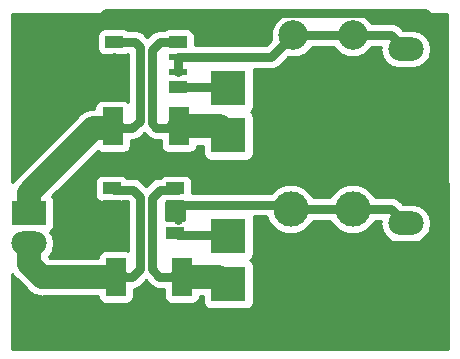
<source format=gbr>
G04 #@! TF.GenerationSoftware,KiCad,Pcbnew,5.0.2-bee76a0~70~ubuntu18.04.1*
G04 #@! TF.CreationDate,2019-11-28T17:43:41+01:00*
G04 #@! TF.ProjectId,current_sense,63757272-656e-4745-9f73-656e73652e6b,rev?*
G04 #@! TF.SameCoordinates,Original*
G04 #@! TF.FileFunction,Copper,L1,Top*
G04 #@! TF.FilePolarity,Positive*
%FSLAX46Y46*%
G04 Gerber Fmt 4.6, Leading zero omitted, Abs format (unit mm)*
G04 Created by KiCad (PCBNEW 5.0.2-bee76a0~70~ubuntu18.04.1) date Thu 28 Nov 2019 05:43:41 PM CET*
%MOMM*%
%LPD*%
G01*
G04 APERTURE LIST*
G04 #@! TA.AperFunction,SMDPad,CuDef*
%ADD10R,1.800000X3.200000*%
G04 #@! TD*
G04 #@! TA.AperFunction,SMDPad,CuDef*
%ADD11R,1.550000X1.000000*%
G04 #@! TD*
G04 #@! TA.AperFunction,SMDPad,CuDef*
%ADD12R,1.550000X0.600000*%
G04 #@! TD*
G04 #@! TA.AperFunction,ComponentPad*
%ADD13C,3.000000*%
G04 #@! TD*
G04 #@! TA.AperFunction,ComponentPad*
%ADD14C,2.500000*%
G04 #@! TD*
G04 #@! TA.AperFunction,ComponentPad*
%ADD15R,3.000000X3.000000*%
G04 #@! TD*
G04 #@! TA.AperFunction,ComponentPad*
%ADD16R,3.000000X2.000000*%
G04 #@! TD*
G04 #@! TA.AperFunction,ComponentPad*
%ADD17O,3.000000X2.000000*%
G04 #@! TD*
G04 #@! TA.AperFunction,ComponentPad*
%ADD18C,2.200000*%
G04 #@! TD*
G04 #@! TA.AperFunction,Conductor*
%ADD19C,0.750000*%
G04 #@! TD*
G04 #@! TA.AperFunction,Conductor*
%ADD20C,2.000000*%
G04 #@! TD*
G04 #@! TA.AperFunction,Conductor*
%ADD21C,0.254000*%
G04 #@! TD*
G04 APERTURE END LIST*
D10*
G04 #@! TO.P,R1,2*
G04 #@! TO.N,PHASE1_IN*
X9200000Y-10250000D03*
G04 #@! TO.P,R1,1*
G04 #@! TO.N,PHASE1_OUT*
X14800000Y-10250000D03*
G04 #@! TD*
G04 #@! TO.P,R3,1*
G04 #@! TO.N,PHASE0_OUT*
X15050000Y-23000000D03*
G04 #@! TO.P,R3,2*
G04 #@! TO.N,PHASE0_IN*
X9450000Y-23000000D03*
G04 #@! TD*
D11*
G04 #@! TO.P,U1,8*
G04 #@! TO.N,PHASE1_OUT*
X14700000Y-3095000D03*
D12*
G04 #@! TO.P,U1,7*
G04 #@! TO.N,+3V3*
X14700000Y-4365000D03*
G04 #@! TO.P,U1,6*
X14700000Y-5635000D03*
D11*
G04 #@! TO.P,U1,5*
G04 #@! TO.N,CURRENT_1*
X14700000Y-6905000D03*
D12*
G04 #@! TO.P,U1,4*
G04 #@! TO.N,GND*
X9300000Y-6905000D03*
G04 #@! TO.P,U1,3*
X9300000Y-5635000D03*
G04 #@! TO.P,U1,2*
X9300000Y-4365000D03*
D11*
G04 #@! TO.P,U1,1*
G04 #@! TO.N,PHASE1_IN*
X9300000Y-3095000D03*
G04 #@! TD*
G04 #@! TO.P,U3,1*
G04 #@! TO.N,PHASE0_IN*
X9100000Y-15495000D03*
D12*
G04 #@! TO.P,U3,2*
G04 #@! TO.N,GND*
X9100000Y-16765000D03*
G04 #@! TO.P,U3,3*
X9100000Y-18035000D03*
G04 #@! TO.P,U3,4*
X9100000Y-19305000D03*
D11*
G04 #@! TO.P,U3,5*
G04 #@! TO.N,CURRENT_0*
X14500000Y-19305000D03*
D12*
G04 #@! TO.P,U3,6*
G04 #@! TO.N,+3V3*
X14500000Y-18035000D03*
G04 #@! TO.P,U3,7*
X14500000Y-16765000D03*
D11*
G04 #@! TO.P,U3,8*
G04 #@! TO.N,PHASE0_OUT*
X14500000Y-15495000D03*
G04 #@! TD*
D13*
G04 #@! TO.P,C1,1*
G04 #@! TO.N,GND*
X29500000Y-7500000D03*
D14*
G04 #@! TO.P,C1,2*
G04 #@! TO.N,+3V3*
X29500000Y-2500000D03*
G04 #@! TD*
D13*
G04 #@! TO.P,C3,1*
G04 #@! TO.N,GND*
X29500000Y-22250000D03*
G04 #@! TO.P,C3,2*
G04 #@! TO.N,+3V3*
X29500000Y-17250000D03*
G04 #@! TD*
D14*
G04 #@! TO.P,C4,2*
G04 #@! TO.N,+3V3*
X24500000Y-2500000D03*
D13*
G04 #@! TO.P,C4,1*
G04 #@! TO.N,GND*
X24500000Y-7500000D03*
G04 #@! TD*
G04 #@! TO.P,C6,2*
G04 #@! TO.N,+3V3*
X24250000Y-17250000D03*
G04 #@! TO.P,C6,1*
G04 #@! TO.N,GND*
X24250000Y-22250000D03*
G04 #@! TD*
D15*
G04 #@! TO.P,J2,1*
G04 #@! TO.N,CURRENT_2*
X19000000Y-7000000D03*
G04 #@! TD*
G04 #@! TO.P,J3,1*
G04 #@! TO.N,CURRENT_1*
X19000000Y-19500000D03*
G04 #@! TD*
D16*
G04 #@! TO.P,J5,1*
G04 #@! TO.N,GND*
X34000000Y-6250000D03*
D17*
G04 #@! TO.P,J5,2*
G04 #@! TO.N,+3V3*
X34000000Y-3710000D03*
G04 #@! TD*
G04 #@! TO.P,J7,2*
G04 #@! TO.N,+3V3*
X34000000Y-18460000D03*
D16*
G04 #@! TO.P,J7,1*
G04 #@! TO.N,GND*
X34000000Y-21000000D03*
G04 #@! TD*
D18*
G04 #@! TO.P,H1,1*
G04 #@! TO.N,GND*
X3000000Y-3000000D03*
G04 #@! TD*
G04 #@! TO.P,H2,1*
G04 #@! TO.N,GND*
X35500000Y-10750000D03*
G04 #@! TD*
G04 #@! TO.P,H3,1*
G04 #@! TO.N,GND*
X2750000Y-27000000D03*
G04 #@! TD*
G04 #@! TO.P,H4,1*
G04 #@! TO.N,GND*
X35400000Y-25600000D03*
G04 #@! TD*
D17*
G04 #@! TO.P,J1,2*
G04 #@! TO.N,PHASE0_IN*
X2100000Y-20140000D03*
D16*
G04 #@! TO.P,J1,1*
G04 #@! TO.N,PHASE1_IN*
X2100000Y-17600000D03*
G04 #@! TD*
D15*
G04 #@! TO.P,J6,1*
G04 #@! TO.N,PHASE1_OUT*
X19000000Y-11000000D03*
G04 #@! TD*
G04 #@! TO.P,J4,1*
G04 #@! TO.N,PHASE0_OUT*
X19000000Y-23600000D03*
G04 #@! TD*
D19*
G04 #@! TO.N,GND*
X24500000Y-7500000D02*
X29500000Y-7500000D01*
X24250000Y-22250000D02*
X29500000Y-22250000D01*
X32750000Y-22250000D02*
X34000000Y-21000000D01*
X29500000Y-22250000D02*
X32750000Y-22250000D01*
X32750000Y-7500000D02*
X34000000Y-6250000D01*
X29500000Y-7500000D02*
X32750000Y-7500000D01*
X9300000Y-19405000D02*
X9300000Y-16865000D01*
X9300000Y-4365000D02*
X9300000Y-6905000D01*
X7000000Y-3810000D02*
X8825000Y-5635000D01*
X7000000Y-2250000D02*
X7000000Y-3810000D01*
X8599990Y-650010D02*
X7000000Y-2250000D01*
X8825000Y-5635000D02*
X9300000Y-5635000D01*
X35650010Y-650010D02*
X8599990Y-650010D01*
X34000000Y-6250000D02*
X35600000Y-6250000D01*
X35600000Y-6250000D02*
X37000000Y-4850000D01*
X37000000Y-4850000D02*
X37000000Y-1750000D01*
X36000000Y-1000000D02*
X35650010Y-650010D01*
X37000000Y-1750000D02*
X36250000Y-1000000D01*
X36250000Y-1000000D02*
X36000000Y-1000000D01*
X36250000Y-21000000D02*
X36800000Y-20450000D01*
X36800000Y-16000000D02*
X34200000Y-13400000D01*
X36800000Y-20450000D02*
X36800000Y-16000000D01*
X34000000Y-21000000D02*
X36250000Y-21000000D01*
X7035000Y-18035000D02*
X9100000Y-18035000D01*
X24500000Y-13300000D02*
X24400000Y-13400000D01*
X24500000Y-7500000D02*
X24500000Y-13300000D01*
X34200000Y-13400000D02*
X24400000Y-13400000D01*
X6100000Y-17100000D02*
X6100000Y-15300000D01*
X6100000Y-17100000D02*
X7035000Y-18035000D01*
X8000000Y-13400000D02*
X8500000Y-13400000D01*
X6100000Y-15300000D02*
X8000000Y-13400000D01*
X24400000Y-13400000D02*
X8500000Y-13400000D01*
G04 #@! TO.N,+3V3*
X14700000Y-5635000D02*
X14700000Y-4365000D01*
X22635000Y-4365000D02*
X24500000Y-2500000D01*
X14700000Y-4365000D02*
X22635000Y-4365000D01*
X24500000Y-2500000D02*
X29500000Y-2500000D01*
X14700000Y-18135000D02*
X14700000Y-16865000D01*
X14700000Y-16865000D02*
X24865000Y-16865000D01*
X24250000Y-17250000D02*
X29500000Y-17250000D01*
X32790000Y-17250000D02*
X34000000Y-18460000D01*
X29500000Y-17250000D02*
X32790000Y-17250000D01*
X32790000Y-2500000D02*
X34000000Y-3710000D01*
X29500000Y-2500000D02*
X32790000Y-2500000D01*
G04 #@! TO.N,PHASE1_IN*
X10850000Y-10400000D02*
X11500000Y-9750000D01*
X9200000Y-10400000D02*
X10850000Y-10400000D01*
X11500000Y-9750000D02*
X11500000Y-3500000D01*
X11095000Y-3095000D02*
X9300000Y-3095000D01*
X11500000Y-3500000D02*
X11095000Y-3095000D01*
D20*
X2100000Y-16000000D02*
X2100000Y-17600000D01*
D19*
X2100000Y-15850000D02*
X2100000Y-16000000D01*
D20*
X7550000Y-10400000D02*
X2100000Y-15850000D01*
X9200000Y-10400000D02*
X7550000Y-10400000D01*
D19*
G04 #@! TO.N,PHASE0_IN*
X11500000Y-22350000D02*
X10850000Y-23000000D01*
X11500000Y-16190000D02*
X11500000Y-22350000D01*
X10905000Y-15595000D02*
X11500000Y-16190000D01*
X10850000Y-23000000D02*
X9200000Y-23000000D01*
X9300000Y-15595000D02*
X10905000Y-15595000D01*
G04 #@! TO.N,CURRENT_1*
X18655000Y-19405000D02*
X18750000Y-19500000D01*
X14700000Y-19405000D02*
X18655000Y-19405000D01*
G04 #@! TO.N,CURRENT_2*
X18905000Y-6905000D02*
X19000000Y-7000000D01*
X14700000Y-6905000D02*
X18905000Y-6905000D01*
D20*
G04 #@! TO.N,PHASE0_IN*
X2100000Y-21890000D02*
X2100000Y-20140000D01*
X3210000Y-23000000D02*
X2100000Y-21890000D01*
X9450000Y-23000000D02*
X3210000Y-23000000D01*
D19*
G04 #@! TO.N,PHASE0_OUT*
X13150000Y-23000000D02*
X14800000Y-23000000D01*
X12500000Y-22350000D02*
X13150000Y-23000000D01*
X13175000Y-15595000D02*
X12500000Y-16270000D01*
X12500000Y-16270000D02*
X12500000Y-22350000D01*
X14700000Y-15595000D02*
X13175000Y-15595000D01*
G04 #@! TO.N,PHASE1_OUT*
X13175000Y-3095000D02*
X12500000Y-3770000D01*
X14700000Y-3095000D02*
X13175000Y-3095000D01*
X12500000Y-3770000D02*
X12500000Y-10000000D01*
X12900000Y-10400000D02*
X14800000Y-10400000D01*
X12500000Y-10000000D02*
X12900000Y-10400000D01*
X18250000Y-10250000D02*
X19000000Y-11000000D01*
D20*
X14800000Y-10250000D02*
X18250000Y-10250000D01*
D19*
G04 #@! TO.N,PHASE0_OUT*
X18200000Y-23000000D02*
X18800000Y-23600000D01*
D20*
X15050000Y-23000000D02*
X18200000Y-23000000D01*
G04 #@! TD*
D21*
G04 #@! TO.N,GND*
G36*
X8067191Y-4052809D02*
X8277235Y-4193157D01*
X8525000Y-4242440D01*
X10073000Y-4242440D01*
X10073000Y-7273000D01*
X7127000Y-7273000D01*
X7127000Y-3927000D01*
X7983127Y-3927000D01*
X8067191Y-4052809D01*
X8067191Y-4052809D01*
G37*
X8067191Y-4052809D02*
X8277235Y-4193157D01*
X8525000Y-4242440D01*
X10073000Y-4242440D01*
X10073000Y-7273000D01*
X7127000Y-7273000D01*
X7127000Y-3927000D01*
X7983127Y-3927000D01*
X8067191Y-4052809D01*
G36*
X7867191Y-16452809D02*
X8077235Y-16593157D01*
X8325000Y-16642440D01*
X9873000Y-16642440D01*
X9873000Y-19673000D01*
X6927000Y-19673000D01*
X6927000Y-16327000D01*
X7783127Y-16327000D01*
X7867191Y-16452809D01*
X7867191Y-16452809D01*
G37*
X7867191Y-16452809D02*
X8077235Y-16593157D01*
X8325000Y-16642440D01*
X9873000Y-16642440D01*
X9873000Y-19673000D01*
X6927000Y-19673000D01*
X6927000Y-16327000D01*
X7783127Y-16327000D01*
X7867191Y-16452809D01*
G04 #@! TO.N,+3V3*
G36*
X15273000Y-18157560D02*
X13727000Y-18157560D01*
X13727000Y-16642440D01*
X15273000Y-16642440D01*
X15273000Y-18157560D01*
X15273000Y-18157560D01*
G37*
X15273000Y-18157560D02*
X13727000Y-18157560D01*
X13727000Y-16642440D01*
X15273000Y-16642440D01*
X15273000Y-18157560D01*
G04 #@! TO.N,GND*
G36*
X37588808Y-29090000D02*
X710000Y-29090000D01*
X710000Y-22752639D01*
X921231Y-23068769D01*
X1057750Y-23159988D01*
X1940013Y-24042252D01*
X2031231Y-24178769D01*
X2572055Y-24540136D01*
X3048969Y-24635000D01*
X3209999Y-24667031D01*
X3371029Y-24635000D01*
X7909522Y-24635000D01*
X7951843Y-24847765D01*
X8092191Y-25057809D01*
X8302235Y-25198157D01*
X8550000Y-25247440D01*
X10350000Y-25247440D01*
X10597765Y-25198157D01*
X10807809Y-25057809D01*
X10948157Y-24847765D01*
X10997440Y-24600000D01*
X10997440Y-24000459D01*
X11244082Y-23951399D01*
X11578169Y-23728169D01*
X11634518Y-23643837D01*
X12000000Y-23278356D01*
X12365484Y-23643840D01*
X12421831Y-23728169D01*
X12506160Y-23784516D01*
X12506162Y-23784518D01*
X12681105Y-23901411D01*
X12755918Y-23951399D01*
X13050524Y-24010000D01*
X13050529Y-24010000D01*
X13150000Y-24029786D01*
X13249471Y-24010000D01*
X13502560Y-24010000D01*
X13502560Y-24600000D01*
X13551843Y-24847765D01*
X13692191Y-25057809D01*
X13902235Y-25198157D01*
X14150000Y-25247440D01*
X15950000Y-25247440D01*
X16197765Y-25198157D01*
X16407809Y-25057809D01*
X16548157Y-24847765D01*
X16590478Y-24635000D01*
X16852560Y-24635000D01*
X16852560Y-25100000D01*
X16901843Y-25347765D01*
X17042191Y-25557809D01*
X17252235Y-25698157D01*
X17500000Y-25747440D01*
X20500000Y-25747440D01*
X20747765Y-25698157D01*
X20957809Y-25557809D01*
X21098157Y-25347765D01*
X21147440Y-25100000D01*
X21147440Y-22100000D01*
X21098157Y-21852235D01*
X20957809Y-21642191D01*
X20819836Y-21550000D01*
X20957809Y-21457809D01*
X21098157Y-21247765D01*
X21147440Y-21000000D01*
X21147440Y-18000000D01*
X21122576Y-17875000D01*
X22197976Y-17875000D01*
X22440034Y-18459380D01*
X23040620Y-19059966D01*
X23825322Y-19385000D01*
X24674678Y-19385000D01*
X25459380Y-19059966D01*
X26059966Y-18459380D01*
X26142552Y-18260000D01*
X27607448Y-18260000D01*
X27690034Y-18459380D01*
X28290620Y-19059966D01*
X29075322Y-19385000D01*
X29924678Y-19385000D01*
X30709380Y-19059966D01*
X31309966Y-18459380D01*
X31392552Y-18260000D01*
X31872751Y-18260000D01*
X31832969Y-18460000D01*
X31959864Y-19097945D01*
X32321231Y-19638769D01*
X32862055Y-20000136D01*
X33338969Y-20095000D01*
X34661031Y-20095000D01*
X35137945Y-20000136D01*
X35678769Y-19638769D01*
X36040136Y-19097945D01*
X36167031Y-18460000D01*
X36040136Y-17822055D01*
X35678769Y-17281231D01*
X35137945Y-16919864D01*
X34661031Y-16825000D01*
X33793355Y-16825000D01*
X33574518Y-16606163D01*
X33518169Y-16521831D01*
X33433116Y-16465000D01*
X33326979Y-16394082D01*
X33184082Y-16298601D01*
X32889476Y-16240000D01*
X32889471Y-16240000D01*
X32790000Y-16220214D01*
X32690529Y-16240000D01*
X31392552Y-16240000D01*
X31309966Y-16040620D01*
X30709380Y-15440034D01*
X29924678Y-15115000D01*
X29075322Y-15115000D01*
X28290620Y-15440034D01*
X27690034Y-16040620D01*
X27607448Y-16240000D01*
X26142552Y-16240000D01*
X26059966Y-16040620D01*
X25459380Y-15440034D01*
X24674678Y-15115000D01*
X23825322Y-15115000D01*
X23040620Y-15440034D01*
X22625654Y-15855000D01*
X15922440Y-15855000D01*
X15922440Y-14995000D01*
X15873157Y-14747235D01*
X15732809Y-14537191D01*
X15522765Y-14396843D01*
X15275000Y-14347560D01*
X13725000Y-14347560D01*
X13477235Y-14396843D01*
X13267191Y-14537191D01*
X13239847Y-14578113D01*
X13174999Y-14565214D01*
X13075528Y-14585000D01*
X13075524Y-14585000D01*
X12780918Y-14643601D01*
X12446831Y-14866831D01*
X12390482Y-14951163D01*
X12040000Y-15301645D01*
X11689518Y-14951163D01*
X11633169Y-14866831D01*
X11299082Y-14643601D01*
X11004476Y-14585000D01*
X11004471Y-14585000D01*
X10905000Y-14565214D01*
X10805529Y-14585000D01*
X10364754Y-14585000D01*
X10332809Y-14537191D01*
X10122765Y-14396843D01*
X9875000Y-14347560D01*
X8325000Y-14347560D01*
X8077235Y-14396843D01*
X7867191Y-14537191D01*
X7726843Y-14747235D01*
X7677560Y-14995000D01*
X7677560Y-15995000D01*
X7726843Y-16242765D01*
X7867191Y-16452809D01*
X8077235Y-16593157D01*
X8325000Y-16642440D01*
X9875000Y-16642440D01*
X10063226Y-16605000D01*
X10486645Y-16605000D01*
X10490000Y-16608355D01*
X10490001Y-20780408D01*
X10350000Y-20752560D01*
X8550000Y-20752560D01*
X8302235Y-20801843D01*
X8092191Y-20942191D01*
X7951843Y-21152235D01*
X7909522Y-21365000D01*
X3887239Y-21365000D01*
X3803698Y-21281460D01*
X4140136Y-20777945D01*
X4267031Y-20140000D01*
X4140136Y-19502055D01*
X3909511Y-19156900D01*
X4057809Y-19057809D01*
X4198157Y-18847765D01*
X4247440Y-18600000D01*
X4247440Y-16600000D01*
X4198157Y-16352235D01*
X4082738Y-16179500D01*
X7909473Y-12352766D01*
X8052235Y-12448157D01*
X8300000Y-12497440D01*
X10100000Y-12497440D01*
X10347765Y-12448157D01*
X10557809Y-12307809D01*
X10698157Y-12097765D01*
X10747440Y-11850000D01*
X10747440Y-11410000D01*
X10750529Y-11410000D01*
X10850000Y-11429786D01*
X10949471Y-11410000D01*
X10949476Y-11410000D01*
X11244082Y-11351399D01*
X11578169Y-11128169D01*
X11634517Y-11043838D01*
X11875000Y-10803355D01*
X12115481Y-11043835D01*
X12171831Y-11128169D01*
X12505918Y-11351399D01*
X12800524Y-11410000D01*
X12800528Y-11410000D01*
X12899999Y-11429786D01*
X12999470Y-11410000D01*
X13252560Y-11410000D01*
X13252560Y-11850000D01*
X13301843Y-12097765D01*
X13442191Y-12307809D01*
X13652235Y-12448157D01*
X13900000Y-12497440D01*
X15700000Y-12497440D01*
X15947765Y-12448157D01*
X16157809Y-12307809D01*
X16298157Y-12097765D01*
X16340478Y-11885000D01*
X16852560Y-11885000D01*
X16852560Y-12500000D01*
X16901843Y-12747765D01*
X17042191Y-12957809D01*
X17252235Y-13098157D01*
X17500000Y-13147440D01*
X20500000Y-13147440D01*
X20747765Y-13098157D01*
X20957809Y-12957809D01*
X21098157Y-12747765D01*
X21147440Y-12500000D01*
X21147440Y-9500000D01*
X21098157Y-9252235D01*
X20957809Y-9042191D01*
X20894666Y-9000000D01*
X20957809Y-8957809D01*
X21098157Y-8747765D01*
X21147440Y-8500000D01*
X21147440Y-5500000D01*
X21122576Y-5375000D01*
X22535529Y-5375000D01*
X22635000Y-5394786D01*
X22734471Y-5375000D01*
X22734476Y-5375000D01*
X23029082Y-5316399D01*
X23363169Y-5093169D01*
X23419518Y-5008837D01*
X24067283Y-4361072D01*
X24125050Y-4385000D01*
X24874950Y-4385000D01*
X25567767Y-4098026D01*
X26098026Y-3567767D01*
X26121954Y-3510000D01*
X27878046Y-3510000D01*
X27901974Y-3567767D01*
X28432233Y-4098026D01*
X29125050Y-4385000D01*
X29874950Y-4385000D01*
X30567767Y-4098026D01*
X31098026Y-3567767D01*
X31121954Y-3510000D01*
X31872751Y-3510000D01*
X31832969Y-3710000D01*
X31959864Y-4347945D01*
X32321231Y-4888769D01*
X32862055Y-5250136D01*
X33338969Y-5345000D01*
X34661031Y-5345000D01*
X35137945Y-5250136D01*
X35678769Y-4888769D01*
X36040136Y-4347945D01*
X36167031Y-3710000D01*
X36040136Y-3072055D01*
X35678769Y-2531231D01*
X35137945Y-2169864D01*
X34661031Y-2075000D01*
X33793355Y-2075000D01*
X33574518Y-1856163D01*
X33518169Y-1771831D01*
X33184082Y-1548601D01*
X32889476Y-1490000D01*
X32889471Y-1490000D01*
X32790000Y-1470214D01*
X32690529Y-1490000D01*
X31121954Y-1490000D01*
X31098026Y-1432233D01*
X30567767Y-901974D01*
X30104300Y-710000D01*
X37541191Y-710000D01*
X37588808Y-29090000D01*
X37588808Y-29090000D01*
G37*
X37588808Y-29090000D02*
X710000Y-29090000D01*
X710000Y-22752639D01*
X921231Y-23068769D01*
X1057750Y-23159988D01*
X1940013Y-24042252D01*
X2031231Y-24178769D01*
X2572055Y-24540136D01*
X3048969Y-24635000D01*
X3209999Y-24667031D01*
X3371029Y-24635000D01*
X7909522Y-24635000D01*
X7951843Y-24847765D01*
X8092191Y-25057809D01*
X8302235Y-25198157D01*
X8550000Y-25247440D01*
X10350000Y-25247440D01*
X10597765Y-25198157D01*
X10807809Y-25057809D01*
X10948157Y-24847765D01*
X10997440Y-24600000D01*
X10997440Y-24000459D01*
X11244082Y-23951399D01*
X11578169Y-23728169D01*
X11634518Y-23643837D01*
X12000000Y-23278356D01*
X12365484Y-23643840D01*
X12421831Y-23728169D01*
X12506160Y-23784516D01*
X12506162Y-23784518D01*
X12681105Y-23901411D01*
X12755918Y-23951399D01*
X13050524Y-24010000D01*
X13050529Y-24010000D01*
X13150000Y-24029786D01*
X13249471Y-24010000D01*
X13502560Y-24010000D01*
X13502560Y-24600000D01*
X13551843Y-24847765D01*
X13692191Y-25057809D01*
X13902235Y-25198157D01*
X14150000Y-25247440D01*
X15950000Y-25247440D01*
X16197765Y-25198157D01*
X16407809Y-25057809D01*
X16548157Y-24847765D01*
X16590478Y-24635000D01*
X16852560Y-24635000D01*
X16852560Y-25100000D01*
X16901843Y-25347765D01*
X17042191Y-25557809D01*
X17252235Y-25698157D01*
X17500000Y-25747440D01*
X20500000Y-25747440D01*
X20747765Y-25698157D01*
X20957809Y-25557809D01*
X21098157Y-25347765D01*
X21147440Y-25100000D01*
X21147440Y-22100000D01*
X21098157Y-21852235D01*
X20957809Y-21642191D01*
X20819836Y-21550000D01*
X20957809Y-21457809D01*
X21098157Y-21247765D01*
X21147440Y-21000000D01*
X21147440Y-18000000D01*
X21122576Y-17875000D01*
X22197976Y-17875000D01*
X22440034Y-18459380D01*
X23040620Y-19059966D01*
X23825322Y-19385000D01*
X24674678Y-19385000D01*
X25459380Y-19059966D01*
X26059966Y-18459380D01*
X26142552Y-18260000D01*
X27607448Y-18260000D01*
X27690034Y-18459380D01*
X28290620Y-19059966D01*
X29075322Y-19385000D01*
X29924678Y-19385000D01*
X30709380Y-19059966D01*
X31309966Y-18459380D01*
X31392552Y-18260000D01*
X31872751Y-18260000D01*
X31832969Y-18460000D01*
X31959864Y-19097945D01*
X32321231Y-19638769D01*
X32862055Y-20000136D01*
X33338969Y-20095000D01*
X34661031Y-20095000D01*
X35137945Y-20000136D01*
X35678769Y-19638769D01*
X36040136Y-19097945D01*
X36167031Y-18460000D01*
X36040136Y-17822055D01*
X35678769Y-17281231D01*
X35137945Y-16919864D01*
X34661031Y-16825000D01*
X33793355Y-16825000D01*
X33574518Y-16606163D01*
X33518169Y-16521831D01*
X33433116Y-16465000D01*
X33326979Y-16394082D01*
X33184082Y-16298601D01*
X32889476Y-16240000D01*
X32889471Y-16240000D01*
X32790000Y-16220214D01*
X32690529Y-16240000D01*
X31392552Y-16240000D01*
X31309966Y-16040620D01*
X30709380Y-15440034D01*
X29924678Y-15115000D01*
X29075322Y-15115000D01*
X28290620Y-15440034D01*
X27690034Y-16040620D01*
X27607448Y-16240000D01*
X26142552Y-16240000D01*
X26059966Y-16040620D01*
X25459380Y-15440034D01*
X24674678Y-15115000D01*
X23825322Y-15115000D01*
X23040620Y-15440034D01*
X22625654Y-15855000D01*
X15922440Y-15855000D01*
X15922440Y-14995000D01*
X15873157Y-14747235D01*
X15732809Y-14537191D01*
X15522765Y-14396843D01*
X15275000Y-14347560D01*
X13725000Y-14347560D01*
X13477235Y-14396843D01*
X13267191Y-14537191D01*
X13239847Y-14578113D01*
X13174999Y-14565214D01*
X13075528Y-14585000D01*
X13075524Y-14585000D01*
X12780918Y-14643601D01*
X12446831Y-14866831D01*
X12390482Y-14951163D01*
X12040000Y-15301645D01*
X11689518Y-14951163D01*
X11633169Y-14866831D01*
X11299082Y-14643601D01*
X11004476Y-14585000D01*
X11004471Y-14585000D01*
X10905000Y-14565214D01*
X10805529Y-14585000D01*
X10364754Y-14585000D01*
X10332809Y-14537191D01*
X10122765Y-14396843D01*
X9875000Y-14347560D01*
X8325000Y-14347560D01*
X8077235Y-14396843D01*
X7867191Y-14537191D01*
X7726843Y-14747235D01*
X7677560Y-14995000D01*
X7677560Y-15995000D01*
X7726843Y-16242765D01*
X7867191Y-16452809D01*
X8077235Y-16593157D01*
X8325000Y-16642440D01*
X9875000Y-16642440D01*
X10063226Y-16605000D01*
X10486645Y-16605000D01*
X10490000Y-16608355D01*
X10490001Y-20780408D01*
X10350000Y-20752560D01*
X8550000Y-20752560D01*
X8302235Y-20801843D01*
X8092191Y-20942191D01*
X7951843Y-21152235D01*
X7909522Y-21365000D01*
X3887239Y-21365000D01*
X3803698Y-21281460D01*
X4140136Y-20777945D01*
X4267031Y-20140000D01*
X4140136Y-19502055D01*
X3909511Y-19156900D01*
X4057809Y-19057809D01*
X4198157Y-18847765D01*
X4247440Y-18600000D01*
X4247440Y-16600000D01*
X4198157Y-16352235D01*
X4082738Y-16179500D01*
X7909473Y-12352766D01*
X8052235Y-12448157D01*
X8300000Y-12497440D01*
X10100000Y-12497440D01*
X10347765Y-12448157D01*
X10557809Y-12307809D01*
X10698157Y-12097765D01*
X10747440Y-11850000D01*
X10747440Y-11410000D01*
X10750529Y-11410000D01*
X10850000Y-11429786D01*
X10949471Y-11410000D01*
X10949476Y-11410000D01*
X11244082Y-11351399D01*
X11578169Y-11128169D01*
X11634517Y-11043838D01*
X11875000Y-10803355D01*
X12115481Y-11043835D01*
X12171831Y-11128169D01*
X12505918Y-11351399D01*
X12800524Y-11410000D01*
X12800528Y-11410000D01*
X12899999Y-11429786D01*
X12999470Y-11410000D01*
X13252560Y-11410000D01*
X13252560Y-11850000D01*
X13301843Y-12097765D01*
X13442191Y-12307809D01*
X13652235Y-12448157D01*
X13900000Y-12497440D01*
X15700000Y-12497440D01*
X15947765Y-12448157D01*
X16157809Y-12307809D01*
X16298157Y-12097765D01*
X16340478Y-11885000D01*
X16852560Y-11885000D01*
X16852560Y-12500000D01*
X16901843Y-12747765D01*
X17042191Y-12957809D01*
X17252235Y-13098157D01*
X17500000Y-13147440D01*
X20500000Y-13147440D01*
X20747765Y-13098157D01*
X20957809Y-12957809D01*
X21098157Y-12747765D01*
X21147440Y-12500000D01*
X21147440Y-9500000D01*
X21098157Y-9252235D01*
X20957809Y-9042191D01*
X20894666Y-9000000D01*
X20957809Y-8957809D01*
X21098157Y-8747765D01*
X21147440Y-8500000D01*
X21147440Y-5500000D01*
X21122576Y-5375000D01*
X22535529Y-5375000D01*
X22635000Y-5394786D01*
X22734471Y-5375000D01*
X22734476Y-5375000D01*
X23029082Y-5316399D01*
X23363169Y-5093169D01*
X23419518Y-5008837D01*
X24067283Y-4361072D01*
X24125050Y-4385000D01*
X24874950Y-4385000D01*
X25567767Y-4098026D01*
X26098026Y-3567767D01*
X26121954Y-3510000D01*
X27878046Y-3510000D01*
X27901974Y-3567767D01*
X28432233Y-4098026D01*
X29125050Y-4385000D01*
X29874950Y-4385000D01*
X30567767Y-4098026D01*
X31098026Y-3567767D01*
X31121954Y-3510000D01*
X31872751Y-3510000D01*
X31832969Y-3710000D01*
X31959864Y-4347945D01*
X32321231Y-4888769D01*
X32862055Y-5250136D01*
X33338969Y-5345000D01*
X34661031Y-5345000D01*
X35137945Y-5250136D01*
X35678769Y-4888769D01*
X36040136Y-4347945D01*
X36167031Y-3710000D01*
X36040136Y-3072055D01*
X35678769Y-2531231D01*
X35137945Y-2169864D01*
X34661031Y-2075000D01*
X33793355Y-2075000D01*
X33574518Y-1856163D01*
X33518169Y-1771831D01*
X33184082Y-1548601D01*
X32889476Y-1490000D01*
X32889471Y-1490000D01*
X32790000Y-1470214D01*
X32690529Y-1490000D01*
X31121954Y-1490000D01*
X31098026Y-1432233D01*
X30567767Y-901974D01*
X30104300Y-710000D01*
X37541191Y-710000D01*
X37588808Y-29090000D01*
G36*
X23432233Y-901974D02*
X22901974Y-1432233D01*
X22615000Y-2125050D01*
X22615000Y-2874950D01*
X22638928Y-2932717D01*
X22216645Y-3355000D01*
X16122440Y-3355000D01*
X16122440Y-2595000D01*
X16073157Y-2347235D01*
X15932809Y-2137191D01*
X15722765Y-1996843D01*
X15475000Y-1947560D01*
X13925000Y-1947560D01*
X13677235Y-1996843D01*
X13545300Y-2085000D01*
X13274470Y-2085000D01*
X13174999Y-2065214D01*
X13075528Y-2085000D01*
X13075524Y-2085000D01*
X12780918Y-2143601D01*
X12446831Y-2366831D01*
X12390482Y-2451163D01*
X12135000Y-2706645D01*
X11879518Y-2451163D01*
X11823169Y-2366831D01*
X11489082Y-2143601D01*
X11194476Y-2085000D01*
X11194471Y-2085000D01*
X11095000Y-2065214D01*
X10995529Y-2085000D01*
X10454700Y-2085000D01*
X10322765Y-1996843D01*
X10075000Y-1947560D01*
X8525000Y-1947560D01*
X8277235Y-1996843D01*
X8067191Y-2137191D01*
X7926843Y-2347235D01*
X7877560Y-2595000D01*
X7877560Y-3595000D01*
X7926843Y-3842765D01*
X8067191Y-4052809D01*
X8277235Y-4193157D01*
X8525000Y-4242440D01*
X10075000Y-4242440D01*
X10322765Y-4193157D01*
X10454700Y-4105000D01*
X10490001Y-4105000D01*
X10490000Y-8146882D01*
X10347765Y-8051843D01*
X10100000Y-8002560D01*
X8300000Y-8002560D01*
X8052235Y-8051843D01*
X7842191Y-8192191D01*
X7701843Y-8402235D01*
X7652560Y-8650000D01*
X7652560Y-8753370D01*
X7550000Y-8732969D01*
X7388970Y-8765000D01*
X7388969Y-8765000D01*
X6912055Y-8859864D01*
X6371231Y-9221231D01*
X6280014Y-9357747D01*
X830015Y-14807747D01*
X710000Y-14987362D01*
X710000Y-710000D01*
X23895700Y-710000D01*
X23432233Y-901974D01*
X23432233Y-901974D01*
G37*
X23432233Y-901974D02*
X22901974Y-1432233D01*
X22615000Y-2125050D01*
X22615000Y-2874950D01*
X22638928Y-2932717D01*
X22216645Y-3355000D01*
X16122440Y-3355000D01*
X16122440Y-2595000D01*
X16073157Y-2347235D01*
X15932809Y-2137191D01*
X15722765Y-1996843D01*
X15475000Y-1947560D01*
X13925000Y-1947560D01*
X13677235Y-1996843D01*
X13545300Y-2085000D01*
X13274470Y-2085000D01*
X13174999Y-2065214D01*
X13075528Y-2085000D01*
X13075524Y-2085000D01*
X12780918Y-2143601D01*
X12446831Y-2366831D01*
X12390482Y-2451163D01*
X12135000Y-2706645D01*
X11879518Y-2451163D01*
X11823169Y-2366831D01*
X11489082Y-2143601D01*
X11194476Y-2085000D01*
X11194471Y-2085000D01*
X11095000Y-2065214D01*
X10995529Y-2085000D01*
X10454700Y-2085000D01*
X10322765Y-1996843D01*
X10075000Y-1947560D01*
X8525000Y-1947560D01*
X8277235Y-1996843D01*
X8067191Y-2137191D01*
X7926843Y-2347235D01*
X7877560Y-2595000D01*
X7877560Y-3595000D01*
X7926843Y-3842765D01*
X8067191Y-4052809D01*
X8277235Y-4193157D01*
X8525000Y-4242440D01*
X10075000Y-4242440D01*
X10322765Y-4193157D01*
X10454700Y-4105000D01*
X10490001Y-4105000D01*
X10490000Y-8146882D01*
X10347765Y-8051843D01*
X10100000Y-8002560D01*
X8300000Y-8002560D01*
X8052235Y-8051843D01*
X7842191Y-8192191D01*
X7701843Y-8402235D01*
X7652560Y-8650000D01*
X7652560Y-8753370D01*
X7550000Y-8732969D01*
X7388970Y-8765000D01*
X7388969Y-8765000D01*
X6912055Y-8859864D01*
X6371231Y-9221231D01*
X6280014Y-9357747D01*
X830015Y-14807747D01*
X710000Y-14987362D01*
X710000Y-710000D01*
X23895700Y-710000D01*
X23432233Y-901974D01*
G04 #@! TD*
M02*

</source>
